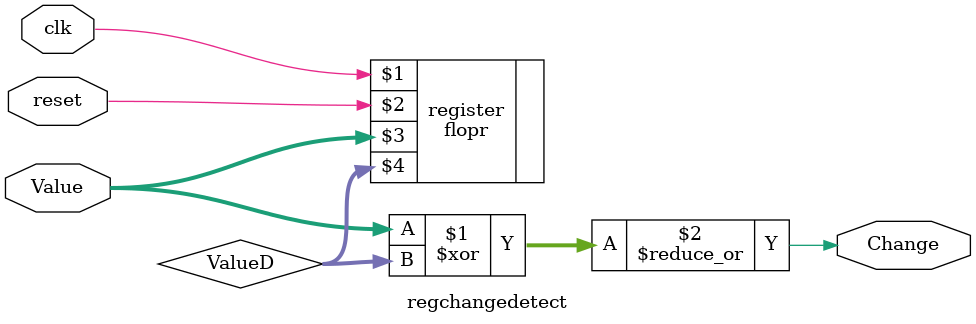
<source format=sv>

module regchangedetect #(parameter XLEN = 64) (
  input clk, reset,
  input logic [XLEN-1:0] Value,
  output logic           Change);

  logic [XLEN-1:0]           ValueD;

  flopr #(XLEN) register(clk, reset, Value, ValueD);
  assign Change = |(Value ^ ValueD);

endmodule

</source>
